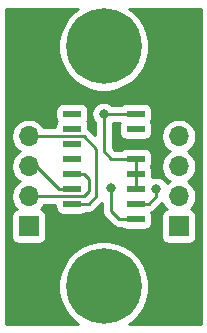
<source format=gbr>
%TF.GenerationSoftware,KiCad,Pcbnew,(5.1.10)-1*%
%TF.CreationDate,2021-09-07T19:43:19+10:00*%
%TF.ProjectId,BasicSwitchBO-logic,42617369-6353-4776-9974-6368424f2d6c,rev?*%
%TF.SameCoordinates,Original*%
%TF.FileFunction,Copper,L1,Top*%
%TF.FilePolarity,Positive*%
%FSLAX46Y46*%
G04 Gerber Fmt 4.6, Leading zero omitted, Abs format (unit mm)*
G04 Created by KiCad (PCBNEW (5.1.10)-1) date 2021-09-07 19:43:19*
%MOMM*%
%LPD*%
G01*
G04 APERTURE LIST*
%TA.AperFunction,SMDPad,CuDef*%
%ADD10R,1.500000X0.600000*%
%TD*%
%TA.AperFunction,ComponentPad*%
%ADD11R,1.700000X1.700000*%
%TD*%
%TA.AperFunction,ComponentPad*%
%ADD12O,1.700000X1.700000*%
%TD*%
%TA.AperFunction,ComponentPad*%
%ADD13C,6.400000*%
%TD*%
%TA.AperFunction,ComponentPad*%
%ADD14C,0.800000*%
%TD*%
%TA.AperFunction,ViaPad*%
%ADD15C,0.800000*%
%TD*%
%TA.AperFunction,Conductor*%
%ADD16C,0.250000*%
%TD*%
%TA.AperFunction,Conductor*%
%ADD17C,0.254000*%
%TD*%
%TA.AperFunction,Conductor*%
%ADD18C,0.100000*%
%TD*%
G04 APERTURE END LIST*
D10*
%TO.P,U1,1*%
%TO.N,Net-(U1-Pad1)*%
X176055000Y-109855000D03*
%TO.P,U1,2*%
%TO.N,Net-(U1-Pad2)*%
X176055000Y-108585000D03*
%TO.P,U1,3*%
%TO.N,GND*%
X176055000Y-107315000D03*
%TO.P,U1,4*%
X176055000Y-106045000D03*
%TO.P,U1,5*%
X176055000Y-104775000D03*
%TO.P,U1,6*%
%TO.N,VCC*%
X176055000Y-103505000D03*
%TO.P,U1,7*%
%TO.N,Net-(U1-Pad7)*%
X176055000Y-102235000D03*
%TO.P,U1,8*%
%TO.N,GND*%
X176055000Y-100965000D03*
%TO.P,U1,9*%
%TO.N,Net-(U1-Pad9)*%
X170655000Y-100965000D03*
%TO.P,U1,10*%
%TO.N,Net-(U1-Pad10)*%
X170655000Y-102235000D03*
%TO.P,U1,11*%
%TO.N,Net-(U1-Pad11)*%
X170655000Y-103505000D03*
%TO.P,U1,12*%
%TO.N,Net-(U1-Pad12)*%
X170655000Y-104775000D03*
%TO.P,U1,13*%
%TO.N,Net-(J1-Pad2)*%
X170655000Y-106045000D03*
%TO.P,U1,14*%
%TO.N,Net-(J1-Pad3)*%
X170655000Y-107315000D03*
%TO.P,U1,15*%
%TO.N,Net-(J1-Pad4)*%
X170655000Y-108585000D03*
%TO.P,U1,16*%
%TO.N,VCC*%
X170655000Y-109855000D03*
%TD*%
D11*
%TO.P,J2,1*%
%TO.N,GND*%
X179705000Y-110490000D03*
D12*
%TO.P,J2,2*%
%TO.N,Net-(J2-Pad2)*%
X179705000Y-107950000D03*
%TO.P,J2,3*%
%TO.N,Net-(J2-Pad3)*%
X179705000Y-105410000D03*
%TO.P,J2,4*%
%TO.N,Net-(J2-Pad4)*%
X179705000Y-102870000D03*
%TO.P,J2,5*%
%TO.N,VCC*%
X179705000Y-100330000D03*
%TD*%
D11*
%TO.P,J1,1*%
%TO.N,GND*%
X167005000Y-110490000D03*
D12*
%TO.P,J1,2*%
%TO.N,Net-(J1-Pad2)*%
X167005000Y-107950000D03*
%TO.P,J1,3*%
%TO.N,Net-(J1-Pad3)*%
X167005000Y-105410000D03*
%TO.P,J1,4*%
%TO.N,Net-(J1-Pad4)*%
X167005000Y-102870000D03*
%TO.P,J1,5*%
%TO.N,VCC*%
X167005000Y-100330000D03*
%TD*%
D13*
%TO.P,H2,1*%
%TO.N,GND*%
X173355000Y-115570000D03*
D14*
X175755000Y-115570000D03*
X175052056Y-117267056D03*
X173355000Y-117970000D03*
X171657944Y-117267056D03*
X170955000Y-115570000D03*
X171657944Y-113872944D03*
X173355000Y-113170000D03*
X175052056Y-113872944D03*
%TD*%
D13*
%TO.P,H1,1*%
%TO.N,GND*%
X173355000Y-95250000D03*
D14*
X175755000Y-95250000D03*
X175052056Y-96947056D03*
X173355000Y-97650000D03*
X171657944Y-96947056D03*
X170955000Y-95250000D03*
X171657944Y-93552944D03*
X173355000Y-92850000D03*
X175052056Y-93552944D03*
%TD*%
D15*
%TO.N,GND*%
X173355000Y-100965000D03*
%TO.N,VCC*%
X176530000Y-111760000D03*
%TO.N,Net-(U1-Pad1)*%
X173990000Y-107224990D03*
%TO.N,Net-(U1-Pad2)*%
X177800000Y-107315000D03*
%TD*%
D16*
%TO.N,Net-(J1-Pad2)*%
X171655000Y-106045000D02*
X172085000Y-106475000D01*
X170655000Y-106045000D02*
X171655000Y-106045000D01*
X172085000Y-107520002D02*
X171655002Y-107950000D01*
X172085000Y-106475000D02*
X172085000Y-107520002D01*
X171655002Y-107950000D02*
X167005000Y-107950000D01*
%TO.N,GND*%
X173355000Y-100965000D02*
X176055000Y-100965000D01*
X173355000Y-100965000D02*
X173355000Y-104140000D01*
X173355000Y-104140000D02*
X173990000Y-104775000D01*
X173990000Y-104775000D02*
X176055000Y-104775000D01*
X176055000Y-104775000D02*
X176055000Y-107315000D01*
%TO.N,Net-(J2-Pad4)*%
X179070000Y-102870000D02*
X179705000Y-102870000D01*
%TO.N,Net-(J1-Pad3)*%
X170655000Y-107315000D02*
X170180000Y-107315000D01*
X170655000Y-107315000D02*
X169545000Y-107315000D01*
X167640000Y-105410000D02*
X167005000Y-105410000D01*
X169545000Y-107315000D02*
X167640000Y-105410000D01*
%TO.N,Net-(J1-Pad4)*%
X171655002Y-102870000D02*
X167005000Y-102870000D01*
X172720000Y-107950000D02*
X172720000Y-103934998D01*
X172085000Y-108585000D02*
X172720000Y-107950000D01*
X172720000Y-103934998D02*
X171655002Y-102870000D01*
X170655000Y-108585000D02*
X172085000Y-108585000D01*
%TO.N,Net-(U1-Pad1)*%
X173990000Y-107315000D02*
X173990000Y-107315000D01*
X174625000Y-109855000D02*
X173990000Y-109220000D01*
X176055000Y-109855000D02*
X174625000Y-109855000D01*
X173990000Y-109220000D02*
X173990000Y-107224990D01*
%TO.N,Net-(U1-Pad2)*%
X176055000Y-108585000D02*
X177165000Y-108585000D01*
X177800000Y-107950000D02*
X177800000Y-107315000D01*
X177165000Y-108585000D02*
X177800000Y-107950000D01*
%TD*%
D17*
%TO.N,VCC*%
X170910330Y-92271161D02*
X170376161Y-92805330D01*
X169956467Y-93433446D01*
X169667377Y-94131372D01*
X169520000Y-94872285D01*
X169520000Y-95627715D01*
X169667377Y-96368628D01*
X169956467Y-97066554D01*
X170376161Y-97694670D01*
X170910330Y-98228839D01*
X171538446Y-98648533D01*
X172236372Y-98937623D01*
X172977285Y-99085000D01*
X173732715Y-99085000D01*
X174473628Y-98937623D01*
X175171554Y-98648533D01*
X175799670Y-98228839D01*
X176333839Y-97694670D01*
X176753533Y-97066554D01*
X177042623Y-96368628D01*
X177190000Y-95627715D01*
X177190000Y-94872285D01*
X177042623Y-94131372D01*
X176753533Y-93433446D01*
X176333839Y-92805330D01*
X175799670Y-92271161D01*
X175543510Y-92100000D01*
X181585000Y-92100000D01*
X181585001Y-118720000D01*
X175543510Y-118720000D01*
X175799670Y-118548839D01*
X176333839Y-118014670D01*
X176753533Y-117386554D01*
X177042623Y-116688628D01*
X177190000Y-115947715D01*
X177190000Y-115192285D01*
X177042623Y-114451372D01*
X176753533Y-113753446D01*
X176333839Y-113125330D01*
X175799670Y-112591161D01*
X175171554Y-112171467D01*
X174473628Y-111882377D01*
X173732715Y-111735000D01*
X172977285Y-111735000D01*
X172236372Y-111882377D01*
X171538446Y-112171467D01*
X170910330Y-112591161D01*
X170376161Y-113125330D01*
X169956467Y-113753446D01*
X169667377Y-114451372D01*
X169520000Y-115192285D01*
X169520000Y-115947715D01*
X169667377Y-116688628D01*
X169956467Y-117386554D01*
X170376161Y-118014670D01*
X170910330Y-118548839D01*
X171166490Y-118720000D01*
X165125000Y-118720000D01*
X165125000Y-109640000D01*
X165516928Y-109640000D01*
X165516928Y-111340000D01*
X165529188Y-111464482D01*
X165565498Y-111584180D01*
X165624463Y-111694494D01*
X165703815Y-111791185D01*
X165800506Y-111870537D01*
X165910820Y-111929502D01*
X166030518Y-111965812D01*
X166155000Y-111978072D01*
X167855000Y-111978072D01*
X167979482Y-111965812D01*
X168099180Y-111929502D01*
X168209494Y-111870537D01*
X168306185Y-111791185D01*
X168385537Y-111694494D01*
X168444502Y-111584180D01*
X168480812Y-111464482D01*
X168493072Y-111340000D01*
X168493072Y-109640000D01*
X168480812Y-109515518D01*
X168444502Y-109395820D01*
X168385537Y-109285506D01*
X168306185Y-109188815D01*
X168209494Y-109109463D01*
X168099180Y-109050498D01*
X168026620Y-109028487D01*
X168158475Y-108896632D01*
X168283178Y-108710000D01*
X169266928Y-108710000D01*
X169266928Y-108885000D01*
X169279188Y-109009482D01*
X169315498Y-109129180D01*
X169374463Y-109239494D01*
X169453815Y-109336185D01*
X169550506Y-109415537D01*
X169660820Y-109474502D01*
X169780518Y-109510812D01*
X169905000Y-109523072D01*
X171405000Y-109523072D01*
X171529482Y-109510812D01*
X171649180Y-109474502D01*
X171759494Y-109415537D01*
X171845444Y-109345000D01*
X172047678Y-109345000D01*
X172085000Y-109348676D01*
X172122322Y-109345000D01*
X172122333Y-109345000D01*
X172233986Y-109334003D01*
X172377247Y-109290546D01*
X172509276Y-109219974D01*
X172625001Y-109125001D01*
X172648803Y-109095998D01*
X173230000Y-108514802D01*
X173230000Y-109182677D01*
X173226324Y-109220000D01*
X173230000Y-109257322D01*
X173230000Y-109257332D01*
X173240997Y-109368985D01*
X173273005Y-109474502D01*
X173284454Y-109512246D01*
X173355026Y-109644276D01*
X173394871Y-109692826D01*
X173449999Y-109760001D01*
X173479002Y-109783803D01*
X174061200Y-110366002D01*
X174084999Y-110395001D01*
X174113997Y-110418799D01*
X174200724Y-110489974D01*
X174332753Y-110560546D01*
X174476014Y-110604003D01*
X174625000Y-110618677D01*
X174662333Y-110615000D01*
X174864556Y-110615000D01*
X174950506Y-110685537D01*
X175060820Y-110744502D01*
X175180518Y-110780812D01*
X175305000Y-110793072D01*
X176805000Y-110793072D01*
X176929482Y-110780812D01*
X177049180Y-110744502D01*
X177159494Y-110685537D01*
X177256185Y-110606185D01*
X177335537Y-110509494D01*
X177394502Y-110399180D01*
X177430812Y-110279482D01*
X177443072Y-110155000D01*
X177443072Y-109555000D01*
X177430812Y-109430518D01*
X177394502Y-109310820D01*
X177393931Y-109309752D01*
X177457247Y-109290546D01*
X177589276Y-109219974D01*
X177705001Y-109125001D01*
X177728803Y-109095998D01*
X178311004Y-108513798D01*
X178326062Y-108501440D01*
X178389010Y-108653411D01*
X178551525Y-108896632D01*
X178683380Y-109028487D01*
X178610820Y-109050498D01*
X178500506Y-109109463D01*
X178403815Y-109188815D01*
X178324463Y-109285506D01*
X178265498Y-109395820D01*
X178229188Y-109515518D01*
X178216928Y-109640000D01*
X178216928Y-111340000D01*
X178229188Y-111464482D01*
X178265498Y-111584180D01*
X178324463Y-111694494D01*
X178403815Y-111791185D01*
X178500506Y-111870537D01*
X178610820Y-111929502D01*
X178730518Y-111965812D01*
X178855000Y-111978072D01*
X180555000Y-111978072D01*
X180679482Y-111965812D01*
X180799180Y-111929502D01*
X180909494Y-111870537D01*
X181006185Y-111791185D01*
X181085537Y-111694494D01*
X181144502Y-111584180D01*
X181180812Y-111464482D01*
X181193072Y-111340000D01*
X181193072Y-109640000D01*
X181180812Y-109515518D01*
X181144502Y-109395820D01*
X181085537Y-109285506D01*
X181006185Y-109188815D01*
X180909494Y-109109463D01*
X180799180Y-109050498D01*
X180726620Y-109028487D01*
X180858475Y-108896632D01*
X181020990Y-108653411D01*
X181132932Y-108383158D01*
X181190000Y-108096260D01*
X181190000Y-107803740D01*
X181132932Y-107516842D01*
X181020990Y-107246589D01*
X180858475Y-107003368D01*
X180651632Y-106796525D01*
X180477240Y-106680000D01*
X180651632Y-106563475D01*
X180858475Y-106356632D01*
X181020990Y-106113411D01*
X181132932Y-105843158D01*
X181190000Y-105556260D01*
X181190000Y-105263740D01*
X181132932Y-104976842D01*
X181020990Y-104706589D01*
X180858475Y-104463368D01*
X180651632Y-104256525D01*
X180477240Y-104140000D01*
X180651632Y-104023475D01*
X180858475Y-103816632D01*
X181020990Y-103573411D01*
X181132932Y-103303158D01*
X181190000Y-103016260D01*
X181190000Y-102723740D01*
X181132932Y-102436842D01*
X181020990Y-102166589D01*
X180858475Y-101923368D01*
X180651632Y-101716525D01*
X180408411Y-101554010D01*
X180138158Y-101442068D01*
X179851260Y-101385000D01*
X179558740Y-101385000D01*
X179271842Y-101442068D01*
X179001589Y-101554010D01*
X178758368Y-101716525D01*
X178551525Y-101923368D01*
X178389010Y-102166589D01*
X178277068Y-102436842D01*
X178220000Y-102723740D01*
X178220000Y-103016260D01*
X178277068Y-103303158D01*
X178389010Y-103573411D01*
X178551525Y-103816632D01*
X178758368Y-104023475D01*
X178932760Y-104140000D01*
X178758368Y-104256525D01*
X178551525Y-104463368D01*
X178389010Y-104706589D01*
X178277068Y-104976842D01*
X178220000Y-105263740D01*
X178220000Y-105556260D01*
X178277068Y-105843158D01*
X178389010Y-106113411D01*
X178551525Y-106356632D01*
X178758368Y-106563475D01*
X178932760Y-106680000D01*
X178758368Y-106796525D01*
X178720996Y-106833897D01*
X178717205Y-106824744D01*
X178603937Y-106655226D01*
X178459774Y-106511063D01*
X178290256Y-106397795D01*
X178101898Y-106319774D01*
X177901939Y-106280000D01*
X177698061Y-106280000D01*
X177498102Y-106319774D01*
X177443072Y-106342568D01*
X177443072Y-105745000D01*
X177430812Y-105620518D01*
X177394502Y-105500820D01*
X177345957Y-105410000D01*
X177394502Y-105319180D01*
X177430812Y-105199482D01*
X177443072Y-105075000D01*
X177443072Y-104475000D01*
X177430812Y-104350518D01*
X177394502Y-104230820D01*
X177335537Y-104120506D01*
X177256185Y-104023815D01*
X177159494Y-103944463D01*
X177049180Y-103885498D01*
X176929482Y-103849188D01*
X176805000Y-103836928D01*
X175305000Y-103836928D01*
X175180518Y-103849188D01*
X175060820Y-103885498D01*
X174950506Y-103944463D01*
X174864556Y-104015000D01*
X174304802Y-104015000D01*
X174115000Y-103825199D01*
X174115000Y-101725000D01*
X174705130Y-101725000D01*
X174679188Y-101810518D01*
X174666928Y-101935000D01*
X174666928Y-102535000D01*
X174679188Y-102659482D01*
X174715498Y-102779180D01*
X174774463Y-102889494D01*
X174853815Y-102986185D01*
X174950506Y-103065537D01*
X175060820Y-103124502D01*
X175180518Y-103160812D01*
X175305000Y-103173072D01*
X176805000Y-103173072D01*
X176929482Y-103160812D01*
X177049180Y-103124502D01*
X177159494Y-103065537D01*
X177256185Y-102986185D01*
X177335537Y-102889494D01*
X177394502Y-102779180D01*
X177430812Y-102659482D01*
X177443072Y-102535000D01*
X177443072Y-101935000D01*
X177430812Y-101810518D01*
X177394502Y-101690820D01*
X177345957Y-101600000D01*
X177394502Y-101509180D01*
X177430812Y-101389482D01*
X177443072Y-101265000D01*
X177443072Y-100665000D01*
X177430812Y-100540518D01*
X177394502Y-100420820D01*
X177335537Y-100310506D01*
X177256185Y-100213815D01*
X177159494Y-100134463D01*
X177049180Y-100075498D01*
X176929482Y-100039188D01*
X176805000Y-100026928D01*
X175305000Y-100026928D01*
X175180518Y-100039188D01*
X175060820Y-100075498D01*
X174950506Y-100134463D01*
X174864556Y-100205000D01*
X174058711Y-100205000D01*
X174014774Y-100161063D01*
X173845256Y-100047795D01*
X173656898Y-99969774D01*
X173456939Y-99930000D01*
X173253061Y-99930000D01*
X173053102Y-99969774D01*
X172864744Y-100047795D01*
X172695226Y-100161063D01*
X172551063Y-100305226D01*
X172437795Y-100474744D01*
X172359774Y-100663102D01*
X172320000Y-100863061D01*
X172320000Y-101066939D01*
X172359774Y-101266898D01*
X172437795Y-101455256D01*
X172551063Y-101624774D01*
X172595000Y-101668711D01*
X172595001Y-102735197D01*
X172218806Y-102359002D01*
X172195003Y-102329999D01*
X172079278Y-102235026D01*
X172043072Y-102215673D01*
X172043072Y-101935000D01*
X172030812Y-101810518D01*
X171994502Y-101690820D01*
X171945957Y-101600000D01*
X171994502Y-101509180D01*
X172030812Y-101389482D01*
X172043072Y-101265000D01*
X172043072Y-100665000D01*
X172030812Y-100540518D01*
X171994502Y-100420820D01*
X171935537Y-100310506D01*
X171856185Y-100213815D01*
X171759494Y-100134463D01*
X171649180Y-100075498D01*
X171529482Y-100039188D01*
X171405000Y-100026928D01*
X169905000Y-100026928D01*
X169780518Y-100039188D01*
X169660820Y-100075498D01*
X169550506Y-100134463D01*
X169453815Y-100213815D01*
X169374463Y-100310506D01*
X169315498Y-100420820D01*
X169279188Y-100540518D01*
X169266928Y-100665000D01*
X169266928Y-101265000D01*
X169279188Y-101389482D01*
X169315498Y-101509180D01*
X169364043Y-101600000D01*
X169315498Y-101690820D01*
X169279188Y-101810518D01*
X169266928Y-101935000D01*
X169266928Y-102110000D01*
X168283178Y-102110000D01*
X168158475Y-101923368D01*
X167951632Y-101716525D01*
X167708411Y-101554010D01*
X167438158Y-101442068D01*
X167151260Y-101385000D01*
X166858740Y-101385000D01*
X166571842Y-101442068D01*
X166301589Y-101554010D01*
X166058368Y-101716525D01*
X165851525Y-101923368D01*
X165689010Y-102166589D01*
X165577068Y-102436842D01*
X165520000Y-102723740D01*
X165520000Y-103016260D01*
X165577068Y-103303158D01*
X165689010Y-103573411D01*
X165851525Y-103816632D01*
X166058368Y-104023475D01*
X166232760Y-104140000D01*
X166058368Y-104256525D01*
X165851525Y-104463368D01*
X165689010Y-104706589D01*
X165577068Y-104976842D01*
X165520000Y-105263740D01*
X165520000Y-105556260D01*
X165577068Y-105843158D01*
X165689010Y-106113411D01*
X165851525Y-106356632D01*
X166058368Y-106563475D01*
X166232760Y-106680000D01*
X166058368Y-106796525D01*
X165851525Y-107003368D01*
X165689010Y-107246589D01*
X165577068Y-107516842D01*
X165520000Y-107803740D01*
X165520000Y-108096260D01*
X165577068Y-108383158D01*
X165689010Y-108653411D01*
X165851525Y-108896632D01*
X165983380Y-109028487D01*
X165910820Y-109050498D01*
X165800506Y-109109463D01*
X165703815Y-109188815D01*
X165624463Y-109285506D01*
X165565498Y-109395820D01*
X165529188Y-109515518D01*
X165516928Y-109640000D01*
X165125000Y-109640000D01*
X165125000Y-92100000D01*
X171166490Y-92100000D01*
X170910330Y-92271161D01*
%TA.AperFunction,Conductor*%
D18*
G36*
X170910330Y-92271161D02*
G01*
X170376161Y-92805330D01*
X169956467Y-93433446D01*
X169667377Y-94131372D01*
X169520000Y-94872285D01*
X169520000Y-95627715D01*
X169667377Y-96368628D01*
X169956467Y-97066554D01*
X170376161Y-97694670D01*
X170910330Y-98228839D01*
X171538446Y-98648533D01*
X172236372Y-98937623D01*
X172977285Y-99085000D01*
X173732715Y-99085000D01*
X174473628Y-98937623D01*
X175171554Y-98648533D01*
X175799670Y-98228839D01*
X176333839Y-97694670D01*
X176753533Y-97066554D01*
X177042623Y-96368628D01*
X177190000Y-95627715D01*
X177190000Y-94872285D01*
X177042623Y-94131372D01*
X176753533Y-93433446D01*
X176333839Y-92805330D01*
X175799670Y-92271161D01*
X175543510Y-92100000D01*
X181585000Y-92100000D01*
X181585001Y-118720000D01*
X175543510Y-118720000D01*
X175799670Y-118548839D01*
X176333839Y-118014670D01*
X176753533Y-117386554D01*
X177042623Y-116688628D01*
X177190000Y-115947715D01*
X177190000Y-115192285D01*
X177042623Y-114451372D01*
X176753533Y-113753446D01*
X176333839Y-113125330D01*
X175799670Y-112591161D01*
X175171554Y-112171467D01*
X174473628Y-111882377D01*
X173732715Y-111735000D01*
X172977285Y-111735000D01*
X172236372Y-111882377D01*
X171538446Y-112171467D01*
X170910330Y-112591161D01*
X170376161Y-113125330D01*
X169956467Y-113753446D01*
X169667377Y-114451372D01*
X169520000Y-115192285D01*
X169520000Y-115947715D01*
X169667377Y-116688628D01*
X169956467Y-117386554D01*
X170376161Y-118014670D01*
X170910330Y-118548839D01*
X171166490Y-118720000D01*
X165125000Y-118720000D01*
X165125000Y-109640000D01*
X165516928Y-109640000D01*
X165516928Y-111340000D01*
X165529188Y-111464482D01*
X165565498Y-111584180D01*
X165624463Y-111694494D01*
X165703815Y-111791185D01*
X165800506Y-111870537D01*
X165910820Y-111929502D01*
X166030518Y-111965812D01*
X166155000Y-111978072D01*
X167855000Y-111978072D01*
X167979482Y-111965812D01*
X168099180Y-111929502D01*
X168209494Y-111870537D01*
X168306185Y-111791185D01*
X168385537Y-111694494D01*
X168444502Y-111584180D01*
X168480812Y-111464482D01*
X168493072Y-111340000D01*
X168493072Y-109640000D01*
X168480812Y-109515518D01*
X168444502Y-109395820D01*
X168385537Y-109285506D01*
X168306185Y-109188815D01*
X168209494Y-109109463D01*
X168099180Y-109050498D01*
X168026620Y-109028487D01*
X168158475Y-108896632D01*
X168283178Y-108710000D01*
X169266928Y-108710000D01*
X169266928Y-108885000D01*
X169279188Y-109009482D01*
X169315498Y-109129180D01*
X169374463Y-109239494D01*
X169453815Y-109336185D01*
X169550506Y-109415537D01*
X169660820Y-109474502D01*
X169780518Y-109510812D01*
X169905000Y-109523072D01*
X171405000Y-109523072D01*
X171529482Y-109510812D01*
X171649180Y-109474502D01*
X171759494Y-109415537D01*
X171845444Y-109345000D01*
X172047678Y-109345000D01*
X172085000Y-109348676D01*
X172122322Y-109345000D01*
X172122333Y-109345000D01*
X172233986Y-109334003D01*
X172377247Y-109290546D01*
X172509276Y-109219974D01*
X172625001Y-109125001D01*
X172648803Y-109095998D01*
X173230000Y-108514802D01*
X173230000Y-109182677D01*
X173226324Y-109220000D01*
X173230000Y-109257322D01*
X173230000Y-109257332D01*
X173240997Y-109368985D01*
X173273005Y-109474502D01*
X173284454Y-109512246D01*
X173355026Y-109644276D01*
X173394871Y-109692826D01*
X173449999Y-109760001D01*
X173479002Y-109783803D01*
X174061200Y-110366002D01*
X174084999Y-110395001D01*
X174113997Y-110418799D01*
X174200724Y-110489974D01*
X174332753Y-110560546D01*
X174476014Y-110604003D01*
X174625000Y-110618677D01*
X174662333Y-110615000D01*
X174864556Y-110615000D01*
X174950506Y-110685537D01*
X175060820Y-110744502D01*
X175180518Y-110780812D01*
X175305000Y-110793072D01*
X176805000Y-110793072D01*
X176929482Y-110780812D01*
X177049180Y-110744502D01*
X177159494Y-110685537D01*
X177256185Y-110606185D01*
X177335537Y-110509494D01*
X177394502Y-110399180D01*
X177430812Y-110279482D01*
X177443072Y-110155000D01*
X177443072Y-109555000D01*
X177430812Y-109430518D01*
X177394502Y-109310820D01*
X177393931Y-109309752D01*
X177457247Y-109290546D01*
X177589276Y-109219974D01*
X177705001Y-109125001D01*
X177728803Y-109095998D01*
X178311004Y-108513798D01*
X178326062Y-108501440D01*
X178389010Y-108653411D01*
X178551525Y-108896632D01*
X178683380Y-109028487D01*
X178610820Y-109050498D01*
X178500506Y-109109463D01*
X178403815Y-109188815D01*
X178324463Y-109285506D01*
X178265498Y-109395820D01*
X178229188Y-109515518D01*
X178216928Y-109640000D01*
X178216928Y-111340000D01*
X178229188Y-111464482D01*
X178265498Y-111584180D01*
X178324463Y-111694494D01*
X178403815Y-111791185D01*
X178500506Y-111870537D01*
X178610820Y-111929502D01*
X178730518Y-111965812D01*
X178855000Y-111978072D01*
X180555000Y-111978072D01*
X180679482Y-111965812D01*
X180799180Y-111929502D01*
X180909494Y-111870537D01*
X181006185Y-111791185D01*
X181085537Y-111694494D01*
X181144502Y-111584180D01*
X181180812Y-111464482D01*
X181193072Y-111340000D01*
X181193072Y-109640000D01*
X181180812Y-109515518D01*
X181144502Y-109395820D01*
X181085537Y-109285506D01*
X181006185Y-109188815D01*
X180909494Y-109109463D01*
X180799180Y-109050498D01*
X180726620Y-109028487D01*
X180858475Y-108896632D01*
X181020990Y-108653411D01*
X181132932Y-108383158D01*
X181190000Y-108096260D01*
X181190000Y-107803740D01*
X181132932Y-107516842D01*
X181020990Y-107246589D01*
X180858475Y-107003368D01*
X180651632Y-106796525D01*
X180477240Y-106680000D01*
X180651632Y-106563475D01*
X180858475Y-106356632D01*
X181020990Y-106113411D01*
X181132932Y-105843158D01*
X181190000Y-105556260D01*
X181190000Y-105263740D01*
X181132932Y-104976842D01*
X181020990Y-104706589D01*
X180858475Y-104463368D01*
X180651632Y-104256525D01*
X180477240Y-104140000D01*
X180651632Y-104023475D01*
X180858475Y-103816632D01*
X181020990Y-103573411D01*
X181132932Y-103303158D01*
X181190000Y-103016260D01*
X181190000Y-102723740D01*
X181132932Y-102436842D01*
X181020990Y-102166589D01*
X180858475Y-101923368D01*
X180651632Y-101716525D01*
X180408411Y-101554010D01*
X180138158Y-101442068D01*
X179851260Y-101385000D01*
X179558740Y-101385000D01*
X179271842Y-101442068D01*
X179001589Y-101554010D01*
X178758368Y-101716525D01*
X178551525Y-101923368D01*
X178389010Y-102166589D01*
X178277068Y-102436842D01*
X178220000Y-102723740D01*
X178220000Y-103016260D01*
X178277068Y-103303158D01*
X178389010Y-103573411D01*
X178551525Y-103816632D01*
X178758368Y-104023475D01*
X178932760Y-104140000D01*
X178758368Y-104256525D01*
X178551525Y-104463368D01*
X178389010Y-104706589D01*
X178277068Y-104976842D01*
X178220000Y-105263740D01*
X178220000Y-105556260D01*
X178277068Y-105843158D01*
X178389010Y-106113411D01*
X178551525Y-106356632D01*
X178758368Y-106563475D01*
X178932760Y-106680000D01*
X178758368Y-106796525D01*
X178720996Y-106833897D01*
X178717205Y-106824744D01*
X178603937Y-106655226D01*
X178459774Y-106511063D01*
X178290256Y-106397795D01*
X178101898Y-106319774D01*
X177901939Y-106280000D01*
X177698061Y-106280000D01*
X177498102Y-106319774D01*
X177443072Y-106342568D01*
X177443072Y-105745000D01*
X177430812Y-105620518D01*
X177394502Y-105500820D01*
X177345957Y-105410000D01*
X177394502Y-105319180D01*
X177430812Y-105199482D01*
X177443072Y-105075000D01*
X177443072Y-104475000D01*
X177430812Y-104350518D01*
X177394502Y-104230820D01*
X177335537Y-104120506D01*
X177256185Y-104023815D01*
X177159494Y-103944463D01*
X177049180Y-103885498D01*
X176929482Y-103849188D01*
X176805000Y-103836928D01*
X175305000Y-103836928D01*
X175180518Y-103849188D01*
X175060820Y-103885498D01*
X174950506Y-103944463D01*
X174864556Y-104015000D01*
X174304802Y-104015000D01*
X174115000Y-103825199D01*
X174115000Y-101725000D01*
X174705130Y-101725000D01*
X174679188Y-101810518D01*
X174666928Y-101935000D01*
X174666928Y-102535000D01*
X174679188Y-102659482D01*
X174715498Y-102779180D01*
X174774463Y-102889494D01*
X174853815Y-102986185D01*
X174950506Y-103065537D01*
X175060820Y-103124502D01*
X175180518Y-103160812D01*
X175305000Y-103173072D01*
X176805000Y-103173072D01*
X176929482Y-103160812D01*
X177049180Y-103124502D01*
X177159494Y-103065537D01*
X177256185Y-102986185D01*
X177335537Y-102889494D01*
X177394502Y-102779180D01*
X177430812Y-102659482D01*
X177443072Y-102535000D01*
X177443072Y-101935000D01*
X177430812Y-101810518D01*
X177394502Y-101690820D01*
X177345957Y-101600000D01*
X177394502Y-101509180D01*
X177430812Y-101389482D01*
X177443072Y-101265000D01*
X177443072Y-100665000D01*
X177430812Y-100540518D01*
X177394502Y-100420820D01*
X177335537Y-100310506D01*
X177256185Y-100213815D01*
X177159494Y-100134463D01*
X177049180Y-100075498D01*
X176929482Y-100039188D01*
X176805000Y-100026928D01*
X175305000Y-100026928D01*
X175180518Y-100039188D01*
X175060820Y-100075498D01*
X174950506Y-100134463D01*
X174864556Y-100205000D01*
X174058711Y-100205000D01*
X174014774Y-100161063D01*
X173845256Y-100047795D01*
X173656898Y-99969774D01*
X173456939Y-99930000D01*
X173253061Y-99930000D01*
X173053102Y-99969774D01*
X172864744Y-100047795D01*
X172695226Y-100161063D01*
X172551063Y-100305226D01*
X172437795Y-100474744D01*
X172359774Y-100663102D01*
X172320000Y-100863061D01*
X172320000Y-101066939D01*
X172359774Y-101266898D01*
X172437795Y-101455256D01*
X172551063Y-101624774D01*
X172595000Y-101668711D01*
X172595001Y-102735197D01*
X172218806Y-102359002D01*
X172195003Y-102329999D01*
X172079278Y-102235026D01*
X172043072Y-102215673D01*
X172043072Y-101935000D01*
X172030812Y-101810518D01*
X171994502Y-101690820D01*
X171945957Y-101600000D01*
X171994502Y-101509180D01*
X172030812Y-101389482D01*
X172043072Y-101265000D01*
X172043072Y-100665000D01*
X172030812Y-100540518D01*
X171994502Y-100420820D01*
X171935537Y-100310506D01*
X171856185Y-100213815D01*
X171759494Y-100134463D01*
X171649180Y-100075498D01*
X171529482Y-100039188D01*
X171405000Y-100026928D01*
X169905000Y-100026928D01*
X169780518Y-100039188D01*
X169660820Y-100075498D01*
X169550506Y-100134463D01*
X169453815Y-100213815D01*
X169374463Y-100310506D01*
X169315498Y-100420820D01*
X169279188Y-100540518D01*
X169266928Y-100665000D01*
X169266928Y-101265000D01*
X169279188Y-101389482D01*
X169315498Y-101509180D01*
X169364043Y-101600000D01*
X169315498Y-101690820D01*
X169279188Y-101810518D01*
X169266928Y-101935000D01*
X169266928Y-102110000D01*
X168283178Y-102110000D01*
X168158475Y-101923368D01*
X167951632Y-101716525D01*
X167708411Y-101554010D01*
X167438158Y-101442068D01*
X167151260Y-101385000D01*
X166858740Y-101385000D01*
X166571842Y-101442068D01*
X166301589Y-101554010D01*
X166058368Y-101716525D01*
X165851525Y-101923368D01*
X165689010Y-102166589D01*
X165577068Y-102436842D01*
X165520000Y-102723740D01*
X165520000Y-103016260D01*
X165577068Y-103303158D01*
X165689010Y-103573411D01*
X165851525Y-103816632D01*
X166058368Y-104023475D01*
X166232760Y-104140000D01*
X166058368Y-104256525D01*
X165851525Y-104463368D01*
X165689010Y-104706589D01*
X165577068Y-104976842D01*
X165520000Y-105263740D01*
X165520000Y-105556260D01*
X165577068Y-105843158D01*
X165689010Y-106113411D01*
X165851525Y-106356632D01*
X166058368Y-106563475D01*
X166232760Y-106680000D01*
X166058368Y-106796525D01*
X165851525Y-107003368D01*
X165689010Y-107246589D01*
X165577068Y-107516842D01*
X165520000Y-107803740D01*
X165520000Y-108096260D01*
X165577068Y-108383158D01*
X165689010Y-108653411D01*
X165851525Y-108896632D01*
X165983380Y-109028487D01*
X165910820Y-109050498D01*
X165800506Y-109109463D01*
X165703815Y-109188815D01*
X165624463Y-109285506D01*
X165565498Y-109395820D01*
X165529188Y-109515518D01*
X165516928Y-109640000D01*
X165125000Y-109640000D01*
X165125000Y-92100000D01*
X171166490Y-92100000D01*
X170910330Y-92271161D01*
G37*
%TD.AperFunction*%
%TD*%
M02*

</source>
